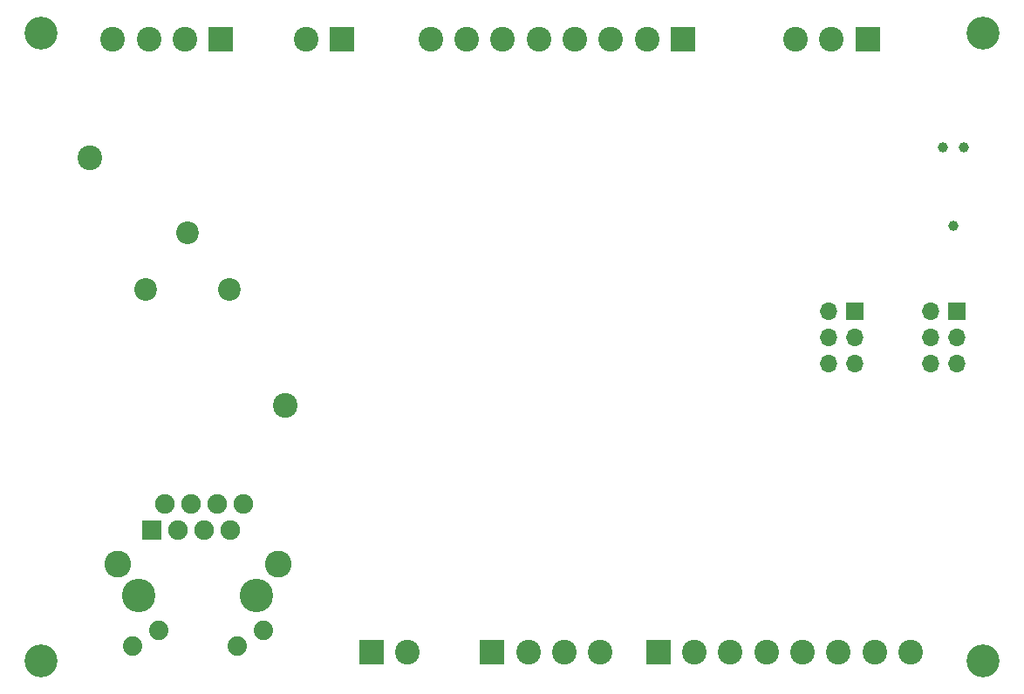
<source format=gbs>
G04 #@! TF.GenerationSoftware,KiCad,Pcbnew,(6.0.10)*
G04 #@! TF.CreationDate,2023-05-06T14:56:35+10:00*
G04 #@! TF.ProjectId,jms_ufe_controller,6a6d735f-7566-4655-9f63-6f6e74726f6c,rev?*
G04 #@! TF.SameCoordinates,Original*
G04 #@! TF.FileFunction,Soldermask,Bot*
G04 #@! TF.FilePolarity,Negative*
%FSLAX46Y46*%
G04 Gerber Fmt 4.6, Leading zero omitted, Abs format (unit mm)*
G04 Created by KiCad (PCBNEW (6.0.10)) date 2023-05-06 14:56:35*
%MOMM*%
%LPD*%
G01*
G04 APERTURE LIST*
%ADD10R,2.400000X2.400000*%
%ADD11C,2.400000*%
%ADD12C,3.200000*%
%ADD13R,1.700000X1.700000*%
%ADD14O,1.700000X1.700000*%
%ADD15C,2.200000*%
%ADD16C,3.250000*%
%ADD17C,2.600000*%
%ADD18C,1.890000*%
%ADD19R,1.900000X1.900000*%
%ADD20C,1.900000*%
%ADD21C,0.991000*%
G04 APERTURE END LIST*
D10*
X166479318Y-55168783D03*
D11*
X162979318Y-55168783D03*
X159479318Y-55168783D03*
X155979318Y-55168783D03*
X152479318Y-55168783D03*
X148979318Y-55168783D03*
X145479318Y-55168783D03*
X141979318Y-55168783D03*
X188577318Y-114728000D03*
X185077318Y-114728000D03*
X181577318Y-114728000D03*
X178077318Y-114728000D03*
X174577318Y-114728000D03*
X171077318Y-114728000D03*
X167577318Y-114728000D03*
D10*
X164077318Y-114728000D03*
X147963318Y-114728783D03*
D11*
X151463318Y-114728783D03*
X154963318Y-114728783D03*
X158463318Y-114728783D03*
D10*
X136234800Y-114714400D03*
D11*
X139734800Y-114714400D03*
D10*
X133373318Y-55168783D03*
D11*
X129873318Y-55168783D03*
X177399318Y-55168783D03*
X180899318Y-55168783D03*
D10*
X184399318Y-55168783D03*
X121633318Y-55168783D03*
D11*
X118133318Y-55168783D03*
X114633318Y-55168783D03*
X111133318Y-55168783D03*
D12*
X195580000Y-54610000D03*
D13*
X193040518Y-81646783D03*
D14*
X190500518Y-81646783D03*
X193040518Y-84186783D03*
X190500518Y-84186783D03*
X193040518Y-86726783D03*
X190500518Y-86726783D03*
D12*
X104140000Y-54610000D03*
X195580000Y-115570000D03*
D11*
X108887925Y-66720900D03*
X127887925Y-90720900D03*
D15*
X114337925Y-79520900D03*
X122437925Y-79520900D03*
X118387925Y-74020900D03*
D16*
X113665000Y-109190000D03*
X125095000Y-109190000D03*
D17*
X127155000Y-106140000D03*
X111605000Y-106140000D03*
D18*
X125705000Y-112570000D03*
X123165000Y-114090000D03*
X115595000Y-112570000D03*
X113055000Y-114090000D03*
D19*
X114935000Y-102850000D03*
D20*
X116205000Y-100310000D03*
X117475000Y-102850000D03*
X118745000Y-100310000D03*
X120015000Y-102850000D03*
X121285000Y-100310000D03*
X122555000Y-102850000D03*
X123825000Y-100310000D03*
D12*
X104140000Y-115570000D03*
D21*
X191694800Y-65684400D03*
X192709800Y-73304400D03*
X193724800Y-65684400D03*
D13*
X183185318Y-81646783D03*
D14*
X180645318Y-81646783D03*
X183185318Y-84186783D03*
X180645318Y-84186783D03*
X183185318Y-86726783D03*
X180645318Y-86726783D03*
M02*

</source>
